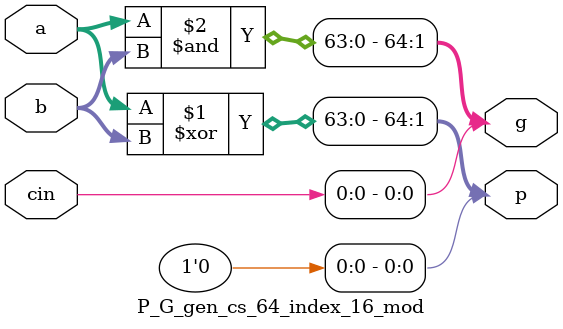
<source format=v>
/* verilator lint_off EOFNEWLINE */
/* verilator lint_off UNUSEDSIGNAL */
/* verilator lint_off WIDTHEXPAND */
/* verilator lint_off UNOPTFLAT */
/* verilator lint_off UNDRIVEN */
module CS_Index_16_mod (a,b,cin,sum,cout);

input [64:1] a,b;
input cin;
output [64:1] sum;
output cout;

wire [64:0]p;
wire [64:0]g;

P_G_gen_cs_64_index_16_mod pg_gen_cs_16_mod (a,b,cin,p,g);

//level 1
wire [31:0] gnpg_level1;
wire [31:0] pp_level1;

genvar i;
generate
     for (i = 0;i<32 ;i=i+1 ) begin
        assign gnpg_level1[i]=g[i*2+1]|p[i*2+1]&g[2*i];  // gnpg[0]=g1+p1g0  // 2
        assign pp_level1[i]=p[i*2+1]&p[i*2];              // pp[0]=p1p0
   end
endgenerate

//level 2
wire [15:0] gnpg_level2;
wire [15:0] pp_level2;
generate 
    for (i = 0;i<16 ;i=i+1 ) begin
        assign gnpg_level2[i]=gnpg_level1[i*2+1]|pp_level1[i*2+1]&gnpg_level1[i*2];  // 4 8-4 12-8 16-12 20-16 24-20 28-24 32-28 36-32 40-36 44-40 48-44 52-48 56-52 60-56 64-60
        assign pp_level2[i]=pp_level1[i*2+1]&pp_level1[i*2];
   end
endgenerate

//level3
wire [7:0] gnpg_level3;
wire [7:0] pp_level3;

generate
    for (i = 0;i<8;i=i+1 ) begin
        assign gnpg_level3[i]=gnpg_level2[i*2+1]|pp_level2[i*2+1]&gnpg_level2[i*2]; // 8 16-8 24-16 32-24 40-32 48-40 56-48 64-56
        assign pp_level3[i]=pp_level2[i*2+1]&pp_level2[i*2];
   end
endgenerate

//level4
wire [3:0] gnpg_level4;
wire [3:0] pp_level4;

generate
    for (i = 0;i<4;i=i+1 ) begin
        assign gnpg_level4[i]=gnpg_level3[i*2+1]|pp_level3[i*2+1]&gnpg_level3[i*2]; // 16 32-16 48-32 64-48...
        assign pp_level4[i]=pp_level3[i*2+1]&pp_level3[i*2];
    end
endgenerate

wire [4:1]c16n;
assign c16n[1]=gnpg_level4[0];// 16
assign c16n[2]=gnpg_level4[1]|pp_level4[1]&c16n[1]; // 32
assign c16n[3]=gnpg_level4[2]|pp_level4[2]&c16n[2]; // 48
assign c16n[4]=gnpg_level4[3]|pp_level4[3]&c16n[3]; // 64
assign sum[16]=c16n[1]^p[16];
assign sum[32]=c16n[2]^p[32];
assign sum[48]=c16n[3]^p[48];
assign sum[64]=c16n[4]^p[64];

assign cout=g[64]|p[64]&c16n[4];

wire c3;
assign sum[1]= cin^p[1];
assign sum[2]= gnpg_level1[0]^p[2];
assign c3=g[2]|p[2]&gnpg_level1[0];
assign sum[3]= c3^p[3];
assign sum[4]= gnpg_level2[0]^p[4];

wire tmp1,tmp2,c6,pptmp2,c5;
assign tmp1=g[4]|p[4]& gnpg_level2[0];
assign sum[5]=tmp1^p[5];
assign tmp2=g[6]|p[6]&g[5];
assign pptmp2=p[6]&p[5];
assign c5=g[5]|p[5]&tmp1;
assign sum[6]=c5^p[6];
assign c6=tmp2|pptmp2&tmp1;
assign sum[7]=p[7]^c6;
wire c13,c12,c11,c9,c8;
wire [3:0]tmp3,pptmp3;
assign tmp3[0]=g[8]|p[8]&gnpg_level3[0];
assign sum[8]=gnpg_level3[0]^p[8];
generate
    for (i = 1;i<4;i=i+1 ) begin
        assign tmp3[i]=g[8+2*i]|p[8+2*i]&g[7+2*i];
        assign pptmp3[i]= p[8+2*i]&p[7+2*i];
   end
endgenerate
assign sum[9]=tmp3[0]^p[9]; 
wire [1:0] tmp4;
wire pptmp4;
assign tmp4[0]= tmp3[1]|pptmp3[1]&tmp3[0];
assign c9=g[9]|p[9]&tmp3[0];
assign sum[10]=c9^p[10];
assign sum[11]=tmp4[0]^p[11];
assign tmp4[1]= tmp3[3]|pptmp3[3]&tmp3[2];
assign c11=g[11]|p[11]&tmp4[0];
assign sum[12]=c11^p[12];
assign c12=tmp3[2]|pptmp3[2]&tmp4[0];
assign sum[13]=c12^p[13];
wire tmp6,pptmp6;
assign tmp6=gnpg_level1[6]|pp_level1[6]&gnpg_level1[5];
assign pptmp6=pp_level1[6]&pp_level1[5];
assign c13=tmp6|pptmp6&c9;
assign sum[14]=c13^p[14];
assign pptmp4= pptmp3[3]&pptmp3[2];
wire tmp5;
assign tmp5= tmp4[1]|pptmp4&tmp4[0];
assign sum[15]=tmp5^p[15];


wire [7:0] tmp_from_c15;
wire [7:0] pptmp_from_c15;

assign tmp_from_c15[0]=g[16]|p[16]&c16n[1];
assign sum[17]=tmp_from_c15[0]^p[17];
generate 
    for (i = 1;i<8 ;i=i+1 ) begin
        assign tmp_from_c15[i]=g[16+2*i]|p[16+2*i]&g[15+2*i];
        assign pptmp_from_c15[i]=p[16+2*i]&p[15+2*i];
   end
endgenerate

wire [3:0] tmp_next_from_c15;
wire [3:0] pptmp_next_from_c15;
assign tmp_next_from_c15[0]=tmp_from_c15[1]|pptmp_from_c15[1]&tmp_from_c15[0];
assign pptmp_next_from_c15[0]=pptmp_from_c15[1]&pptmp_from_c15[0];
assign tmp_next_from_c15[1]=tmp_from_c15[3]|pptmp_from_c15[3]&tmp_from_c15[2];
assign pptmp_next_from_c15[1]=pptmp_from_c15[3]&pptmp_from_c15[2];
assign tmp_next_from_c15[2]=tmp_from_c15[5]|pptmp_from_c15[5]&tmp_from_c15[4];
assign pptmp_next_from_c15[2]=pptmp_from_c15[5]&pptmp_from_c15[4];
assign tmp_next_from_c15[3]=tmp_from_c15[7]|pptmp_from_c15[7]&tmp_from_c15[6];
assign pptmp_next_from_c15[3]=pptmp_from_c15[7]&pptmp_from_c15[6];
wire c17;
assign c17=g[17]|p[17]&tmp_from_c15[0];
assign sum[18]=c17^p[18];
assign sum[19]=tmp_next_from_c15[0]^p[19];
wire c19;
assign c19=g[19]|p[19]&tmp_next_from_c15[0];
assign sum[20]=c19^p[20];
wire c20;
assign c20=tmp_from_c15[2]|pptmp_from_c15[2]&tmp_next_from_c15[0];
assign sum[21]=c20^p[21];
wire tmp_c21,pptmp_c21;
assign tmp_c21=gnpg_level1[10]|pp_level1[10]&gnpg_level1[9];
assign pptmp_c21=pp_level1[10]&pp_level1[9];
wire c21;
assign c21=tmp_c21|pptmp_c21&c17;
assign sum[22]=c21^p[22];
wire [1:0] tmp_next_next_from_c15;
wire [1:0] pptmp_next_next_from_c15;
assign tmp_next_next_from_c15[0]=tmp_next_from_c15[1]|pptmp_next_from_c15[1]&tmp_next_from_c15[0];
assign pptmp_next_next_from_c15[0]=pptmp_next_from_c15[1]&pptmp_next_from_c15[0];
assign sum[23]=tmp_next_next_from_c15[0]^p[23];
assign tmp_next_next_from_c15[1]=tmp_next_from_c15[3]|pptmp_next_from_c15[3]&tmp_next_from_c15[2];
assign pptmp_next_next_from_c15[1]=pptmp_next_from_c15[3]&pptmp_next_from_c15[2];
wire c23;
assign c23=g[23]|p[23]&tmp_next_next_from_c15[0];
assign sum[24]=c23^p[24];
wire c24;
assign c24=tmp_from_c15[4]|pptmp_from_c15[4]&tmp_next_next_from_c15[0];
assign sum[25]=c24^p[25];
wire tmp_c25;
assign tmp_c25=gnpg_level1[12]|pp_level1[12]&gnpg_level1[11];
wire pptmp_c25;
assign pptmp_c25=pp_level1[12]&pp_level1[11];
wire c25;
assign c25=tmp_c25|pptmp_c25&c21;
assign sum[26]=c25^p[26];
wire c26;
assign c26=tmp_next_from_c15[2]|pptmp_next_from_c15[2]&tmp_next_next_from_c15[0];
assign sum[27]=c26^p[27];
wire tmp_c27,pptmp_c27;
assign tmp_c27=gnpg_level2[6]|pp_level2[6]&gnpg_level2[5];
assign pptmp_c27=pp_level2[6]&pp_level2[5];
wire c27;
assign c27=tmp_c27|pptmp_c27&c19;
assign sum[28]=c27^p[28];
wire [1:0]tmp_c28;
wire [1:0]pptmp_c28;
assign tmp_c28[0]=tmp_from_c15[4]|pptmp_from_c15[4]&tmp_from_c15[3];
assign pptmp_c28[0]=pptmp_from_c15[4]&pptmp_from_c15[3];
assign tmp_c28[1]=tmp_from_c15[6]|pptmp_from_c15[6]&tmp_from_c15[5];
assign pptmp_c28[1]=pptmp_from_c15[6]&pptmp_from_c15[5];
wire tmptmp_c28;
wire pptmptmp_c28;
assign tmptmp_c28=tmp_c28[1]|pptmp_c28[1]&tmp_c28[0];
assign pptmptmp_c28=pptmp_c28[1]&pptmp_c28[0];
wire c28;
assign c28=tmptmp_c28|pptmptmp_c28&c20;
assign sum[29]=c28^p[29];
wire [1:0] tmp_c29;
wire [1:0] pptmp_c29;
assign tmp_c29[0]=gnpg_level1[12]|pp_level1[12]&gnpg_level1[11];
assign pptmp_c29[0]=pp_level1[12]&pp_level1[11];
assign tmp_c29[1]=gnpg_level1[14]|pp_level1[14]&gnpg_level1[13];
assign pptmp_c29[1]=pp_level1[14]&pp_level1[13];
wire tmptmp_c29;
wire pptmptmp_c29;
assign tmptmp_c29=tmp_c29[1]|pptmp_c29[1]&tmp_c29[0];
assign pptmptmp_c29=pptmp_c29[1]&pptmp_c29[0];
wire c29;
assign c29=tmptmp_c29|pptmptmp_c29&c21;
assign sum[30]=c29^p[30];
wire c30;
assign c30=tmp_next_next_from_c15[1]|pptmp_next_next_from_c15[1]&tmp_next_next_from_c15[0];
assign sum[31]=c30^p[31];

wire [7:0] tmp_from_c31;
wire [7:0] pptmp_from_c31;
assign tmp_from_c31[0]=g[32]|p[32]&c16n[2];
assign sum[33]=tmp_from_c31[0]^p[33];
generate 
    for (i = 1;i<8 ;i=i+1 ) begin
        assign tmp_from_c31[i]=g[32+2*i]|p[32+2*i]&g[31+2*i];
        assign pptmp_from_c31[i]=p[32+2*i]&p[31+2*i];
   end
endgenerate
wire c33;
assign c33=g[33]|p[33]&tmp_from_c31[0];
assign sum[34]=c33^p[34];
wire [3:0]tmp_next_from_c31;
wire [3:0]pptmp_next_from_c31;
assign tmp_next_from_c31[0]=tmp_from_c31[1]|pptmp_from_c31[1]&tmp_from_c31[0];
assign pptmp_next_from_c31[0]=pptmp_from_c31[1]&pptmp_from_c31[0];
assign sum[35]=tmp_next_from_c31[0]^p[35];
assign tmp_next_from_c31[1]=tmp_from_c31[3]|pptmp_from_c31[3]&tmp_from_c31[2];
assign pptmp_next_from_c31[1]=pptmp_from_c31[3]&pptmp_from_c31[2];
assign tmp_next_from_c31[2]=tmp_from_c31[5]|pptmp_from_c31[5]&tmp_from_c31[4];
assign pptmp_next_from_c31[2]=pptmp_from_c31[5]&pptmp_from_c31[4];
assign tmp_next_from_c31[3]=tmp_from_c31[7]|pptmp_from_c31[7]&tmp_from_c31[6];
assign pptmp_next_from_c31[3]=pptmp_from_c31[7]&pptmp_from_c31[6];
wire c35;
assign c35=g[35]|p[35]&tmp_next_from_c31[0];
assign sum[36]=c35^p[36];
wire c36;
assign c36=tmp_from_c31[2]|pptmp_from_c31[2]&tmp_next_from_c31[0];
assign sum[37]=c36^p[37];
wire tmp_c37;
wire pptmp_c37;
assign tmp_c37=gnpg_level1[18]|pp_level1[18]&gnpg_level1[17];
assign pptmp_c37=pp_level1[18]&pp_level1[17];
wire c37;
assign c37=tmp_c37|pptmp_c37&c33;
assign sum[38]=c37^p[38];
wire [1:0]tmp_next_next_from_c31;
wire [1:0]pptmp_next_next_from_c31;
assign tmp_next_next_from_c31[0]=tmp_next_from_c31[1]|pptmp_next_from_c31[1]&tmp_next_from_c31[0];
assign pptmp_next_next_from_c31[0]=pptmp_next_from_c31[1]&pptmp_next_from_c31[0];
assign sum[39]=tmp_next_next_from_c31[0]^p[39];
assign tmp_next_next_from_c31[1]=tmp_next_from_c31[3]|pptmp_next_from_c31[3]&tmp_next_from_c31[2];
assign pptmp_next_next_from_c31[1]=pptmp_next_from_c31[3]&pptmp_next_from_c31[2];
wire c39;
assign c39=g[39]|p[39]&tmp_next_next_from_c31[0];
assign sum[40]=c39^p[40];
wire c40;
assign c40=tmp_from_c31[4]|pptmp_from_c31[4]&tmp_next_next_from_c31[0];
assign sum[41]=c40^p[41];
wire tmp_c41;
wire pptmp_c41;
assign tmp_c41=gnpg_level1[20]|pp_level1[20]&gnpg_level1[19];
assign pptmp_c41=pp_level1[20]&pp_level1[19];
wire c41;
assign c41=tmp_c41|pptmp_c41&c37;
assign sum[42]=c41^p[42];
wire tmp_c42;
wire pptmp_c42;
assign tmp_c42=tmp_next_from_c31[2]|pptmp_next_from_c31[2]&tmp_next_from_c31[1];
assign pptmp_c42=pptmp_next_from_c31[2]&pptmp_next_from_c31[1];
wire c42;
assign c42=tmp_c42|pptmp_c42&tmp_next_from_c31[0];
assign sum[43]=c42^p[43];
wire tmp_c43;
wire pptmp_c43;
assign tmp_c43=gnpg_level2[10]|pp_level2[10]&gnpg_level2[9];
assign pptmp_c43=pp_level2[10]&pp_level2[9];
wire c43;
assign c43=tmp_c43|pptmp_c43&c35;
assign sum[44]=c43^p[44];
wire [1:0]tmptmp_c44;
wire [1:0]pptmptmp_c44;
assign tmptmp_c44[0]=tmp_from_c31[4]|pptmp_from_c31[4]&tmp_from_c31[3];
assign pptmptmp_c44[0]=pptmp_from_c31[4]&pptmp_from_c31[3];
assign tmptmp_c44[1]=tmp_from_c31[6]|pptmp_from_c31[6]&tmp_from_c31[5];
assign pptmptmp_c44[1]=pptmp_from_c31[6]&pptmp_from_c31[5];
wire tmp_c44;
wire pptmp_c44;
assign tmp_c44=tmptmp_c44[1]|pptmptmp_c44[1]&tmptmp_c44[0];
assign pptmp_c44=pptmptmp_c44[1]&pptmptmp_c44[0];
wire c44;
assign c44=tmp_c44|pptmp_c44&c36;
assign sum[45]=c44^p[45];
wire [1:0]tmptmp_c45;
wire [1:0]pptmptmp_c45;
assign tmptmp_c45[1]=gnpg_level1[22]|pp_level1[22]&gnpg_level1[21];
assign pptmptmp_c45[1]=pp_level1[22]&pp_level1[21];
assign tmptmp_c45[0]=gnpg_level1[20]|pp_level1[20]&gnpg_level1[19];
assign pptmptmp_c45[0]=pp_level1[20]&pp_level1[19];
wire tmp_c45;
wire pptmp_c45;
assign tmp_c45=tmptmp_c45[1]|pptmptmp_c45[1]&tmptmp_c45[0];
assign pptmp_c45=pptmptmp_c45[1]&pptmptmp_c45[0];
wire c45;
assign c45=tmp_c45|pptmp_c45&c37;
assign sum[46]=c45^p[46];
wire c46;
assign c46=tmp_next_next_from_c31[1]|pptmp_next_next_from_c31[1]&tmp_next_next_from_c31[0];
assign sum[47]=c46^p[47];


wire [7:0] tmp_from_c47;
wire [7:0] pptmp_from_c47;
assign tmp_from_c47[0]=g[48]|p[48]&c16n[3];
assign sum[49]=tmp_from_c47[0]^p[49];
wire c49;
assign c49=g[49]|p[49]&tmp_from_c47[0];
assign sum[50]=c49^p[50];
generate 
    for (i = 1;i<8 ;i=i+1 ) begin
        assign tmp_from_c47[i]=g[48+2*i]|p[48+2*i]&g[47+2*i];
        assign pptmp_from_c47[i]=p[48+2*i]&p[47+2*i];
   end
endgenerate
wire [3:0]tmp_next_from_c47;
wire [3:0]pptmp_next_from_c47;
generate 
    for (i = 0;i<4 ;i=i+1 ) begin
        assign tmp_next_from_c47[i]= tmp_from_c47[2*i+1]|pptmp_from_c47[2*i+1]&tmp_from_c47[2*i];
        assign pptmp_next_from_c47[i]= pptmp_from_c47[2*i+1]&pptmp_from_c47[2*i];
   end
endgenerate
assign sum[51]=tmp_next_from_c47[0]^p[51];
wire[1:0]tmp_next_next_from_c47;
wire[1:0]pptmp_next_next_from_c47;
assign tmp_next_next_from_c47[0]=tmp_next_from_c47[1]|pptmp_next_from_c47[1]&tmp_next_from_c47[0];
assign pptmp_next_next_from_c47[0]=pptmp_next_from_c47[1]&pptmp_next_from_c47[0];
assign tmp_next_next_from_c47[1]=tmp_next_from_c47[3]|pptmp_next_from_c47[3]&tmp_next_from_c47[2];
assign pptmp_next_next_from_c47[1]=pptmp_next_from_c47[3]&pptmp_next_from_c47[2];
wire c51;
assign c51=g[51]|p[51]&tmp_next_from_c47[0];
assign sum[52]=c51^p[52];
wire c52;
assign c52=tmp_from_c47[2]|pptmp_from_c47[2]&tmp_next_from_c47[0];
assign sum[53]=c52^p[53];
wire tmp_c53;
wire pptmp_c53;
assign tmp_c53=gnpg_level1[26]|pp_level1[26]&gnpg_level1[25];
assign pptmp_c53=pp_level1[26]&pp_level1[25];
wire c53;
assign c53=tmp_c53|pptmp_c53&c49;
assign sum[54]=c53^p[54];
assign sum[55]=tmp_next_next_from_c47[0]^p[55];
wire c55;
assign c55=g[55]|p[55]&tmp_next_next_from_c47[0];
assign sum[56]=c55^p[56];
wire c56;
assign c56=tmp_from_c47[4]|pptmp_from_c47[4]&tmp_next_next_from_c47[0];
assign sum[57]=c56^p[57];
wire tmp_c57;
wire pptmp_c57;
assign tmp_c57=gnpg_level1[28]|pp_level1[28]&gnpg_level1[27];
assign pptmp_c57=pp_level1[28]&pp_level1[27];
wire c57;
assign c57=tmp_c57|pptmp_c57&c53;
assign sum[58]=c57^p[58];
wire tmp_c58;
wire pptmp_c58;
assign tmp_c58=tmp_next_from_c47[2]|pptmp_next_from_c47[2]&tmp_next_from_c47[1];
assign pptmp_c58=pptmp_next_from_c47[2]&pptmp_next_from_c47[1];
wire c58;
assign c58=tmp_c58|pptmp_c58&tmp_next_from_c47[0];
assign sum[59]=c58^p[59];
wire tmp_c59;
wire pptmp_c59;
assign tmp_c59=gnpg_level2[14]|pp_level2[14]&gnpg_level2[13];
assign pptmp_c59=pp_level2[14]&pp_level2[13];
wire c59;
assign c59=tmp_c59|pptmp_c59&c51;
assign sum[60]=c59^p[60];
wire [1:0]tmptmp_c60;
wire [1:0]pptmptmp_c60;
assign tmptmp_c60[0]=tmp_from_c47[4]|pptmp_from_c47[4]&tmp_from_c47[3];
assign pptmptmp_c60[0]=pptmp_from_c47[4]&pptmp_from_c47[3];
assign tmptmp_c60[1]=tmp_from_c47[6]|pptmp_from_c47[6]&tmp_from_c47[5];
assign pptmptmp_c60[1]=pptmp_from_c47[6]&pptmp_from_c47[5];
wire tmp_c60;
wire pptmp_c60;
assign tmp_c60=tmptmp_c60[1]|pptmptmp_c60[1]&tmptmp_c60[0];
assign pptmp_c60=pptmptmp_c60[1]&pptmptmp_c60[0];
wire c60;
assign c60=tmp_c60|pptmp_c60&c52;
assign sum[61]=c60^p[61];
wire [1:0]tmptmp_c61;
wire [1:0]pptmptmp_c61;
assign tmptmp_c61[1]=gnpg_level1[30]|pp_level1[30]&gnpg_level1[29];
assign pptmptmp_c61[1]=pp_level1[30]&pp_level1[29];
assign tmptmp_c61[0]=gnpg_level1[28]|pp_level1[28]&gnpg_level1[27];
assign pptmptmp_c61[0]=pp_level1[28]&pp_level1[27];
wire tmp_c61;
wire pptmp_c61;
assign tmp_c61=tmptmp_c61[1]|pptmptmp_c61[1]&tmptmp_c61[0];
assign pptmp_c61=pptmptmp_c61[1]&pptmptmp_c61[0];
wire c61;
assign c61=tmp_c61|pptmp_c61&c53;
assign sum[62]=c61^p[62];
wire c62;
assign c62=tmp_next_next_from_c47[1]|pptmp_next_next_from_c47[1]&tmp_next_next_from_c47[0];
assign sum[63]=c62^p[63];




endmodule
module P_G_gen_cs_64_index_16_mod (a,b,cin,p,g);
input [63:0]a;
input [63:0]b;
input cin;
output [64:0]p;
output [64:0]g;
assign g[0]=cin;
assign p[0]=0;
assign p[64:1]=a^b;
assign g[64:1]=a&b;
endmodule


</source>
